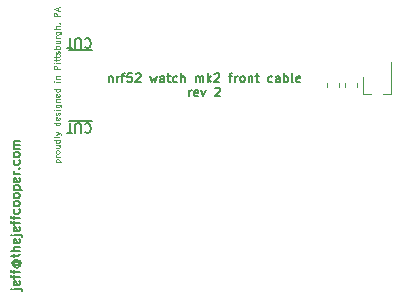
<source format=gbr>
%TF.GenerationSoftware,KiCad,Pcbnew,(5.99.0-2309-gaf729d578)*%
%TF.CreationDate,2020-09-01T21:34:41-04:00*%
%TF.ProjectId,flex,666c6578-2e6b-4696-9361-645f70636258,rev?*%
%TF.SameCoordinates,Original*%
%TF.FileFunction,Legend,Top*%
%TF.FilePolarity,Positive*%
%FSLAX46Y46*%
G04 Gerber Fmt 4.6, Leading zero omitted, Abs format (unit mm)*
G04 Created by KiCad (PCBNEW (5.99.0-2309-gaf729d578)) date 2020-09-01 21:34:41*
%MOMM*%
%LPD*%
G01*
G04 APERTURE LIST*
%ADD10C,0.125000*%
%ADD11C,0.187500*%
%ADD12C,0.150000*%
%ADD13C,0.120000*%
G04 APERTURE END LIST*
D10*
X255642857Y-34535125D02*
X256142857Y-34535125D01*
X255666666Y-34535125D02*
X255642857Y-34487506D01*
X255642857Y-34392268D01*
X255666666Y-34344649D01*
X255690476Y-34320839D01*
X255738095Y-34297030D01*
X255880952Y-34297030D01*
X255928571Y-34320839D01*
X255952380Y-34344649D01*
X255976190Y-34392268D01*
X255976190Y-34487506D01*
X255952380Y-34535125D01*
X255976190Y-34082744D02*
X255642857Y-34082744D01*
X255738095Y-34082744D02*
X255690476Y-34058935D01*
X255666666Y-34035125D01*
X255642857Y-33987506D01*
X255642857Y-33939887D01*
X255976190Y-33701792D02*
X255952380Y-33749411D01*
X255928571Y-33773220D01*
X255880952Y-33797030D01*
X255738095Y-33797030D01*
X255690476Y-33773220D01*
X255666666Y-33749411D01*
X255642857Y-33701792D01*
X255642857Y-33630363D01*
X255666666Y-33582744D01*
X255690476Y-33558935D01*
X255738095Y-33535125D01*
X255880952Y-33535125D01*
X255928571Y-33558935D01*
X255952380Y-33582744D01*
X255976190Y-33630363D01*
X255976190Y-33701792D01*
X255642857Y-33106554D02*
X255976190Y-33106554D01*
X255642857Y-33320839D02*
X255904761Y-33320839D01*
X255952380Y-33297030D01*
X255976190Y-33249411D01*
X255976190Y-33177982D01*
X255952380Y-33130363D01*
X255928571Y-33106554D01*
X255976190Y-32654173D02*
X255476190Y-32654173D01*
X255952380Y-32654173D02*
X255976190Y-32701792D01*
X255976190Y-32797030D01*
X255952380Y-32844649D01*
X255928571Y-32868458D01*
X255880952Y-32892268D01*
X255738095Y-32892268D01*
X255690476Y-32868458D01*
X255666666Y-32844649D01*
X255642857Y-32797030D01*
X255642857Y-32701792D01*
X255666666Y-32654173D01*
X255976190Y-32344649D02*
X255952380Y-32392268D01*
X255904761Y-32416077D01*
X255476190Y-32416077D01*
X255642857Y-32201792D02*
X255976190Y-32082744D01*
X255642857Y-31963696D02*
X255976190Y-32082744D01*
X256095238Y-32130363D01*
X256119047Y-32154173D01*
X256142857Y-32201792D01*
X255976190Y-31177982D02*
X255476190Y-31177982D01*
X255952380Y-31177982D02*
X255976190Y-31225601D01*
X255976190Y-31320839D01*
X255952380Y-31368458D01*
X255928571Y-31392268D01*
X255880952Y-31416077D01*
X255738095Y-31416077D01*
X255690476Y-31392268D01*
X255666666Y-31368458D01*
X255642857Y-31320839D01*
X255642857Y-31225601D01*
X255666666Y-31177982D01*
X255952380Y-30749411D02*
X255976190Y-30797030D01*
X255976190Y-30892268D01*
X255952380Y-30939887D01*
X255904761Y-30963696D01*
X255714285Y-30963696D01*
X255666666Y-30939887D01*
X255642857Y-30892268D01*
X255642857Y-30797030D01*
X255666666Y-30749411D01*
X255714285Y-30725601D01*
X255761904Y-30725601D01*
X255809523Y-30963696D01*
X255952380Y-30535125D02*
X255976190Y-30487506D01*
X255976190Y-30392268D01*
X255952380Y-30344649D01*
X255904761Y-30320839D01*
X255880952Y-30320839D01*
X255833333Y-30344649D01*
X255809523Y-30392268D01*
X255809523Y-30463696D01*
X255785714Y-30511316D01*
X255738095Y-30535125D01*
X255714285Y-30535125D01*
X255666666Y-30511316D01*
X255642857Y-30463696D01*
X255642857Y-30392268D01*
X255666666Y-30344649D01*
X255976190Y-30106554D02*
X255642857Y-30106554D01*
X255476190Y-30106554D02*
X255500000Y-30130363D01*
X255523809Y-30106554D01*
X255500000Y-30082744D01*
X255476190Y-30106554D01*
X255523809Y-30106554D01*
X255642857Y-29654173D02*
X256047619Y-29654173D01*
X256095238Y-29677982D01*
X256119047Y-29701792D01*
X256142857Y-29749411D01*
X256142857Y-29820839D01*
X256119047Y-29868458D01*
X255952380Y-29654173D02*
X255976190Y-29701792D01*
X255976190Y-29797030D01*
X255952380Y-29844649D01*
X255928571Y-29868458D01*
X255880952Y-29892268D01*
X255738095Y-29892268D01*
X255690476Y-29868458D01*
X255666666Y-29844649D01*
X255642857Y-29797030D01*
X255642857Y-29701792D01*
X255666666Y-29654173D01*
X255642857Y-29416077D02*
X255976190Y-29416077D01*
X255690476Y-29416077D02*
X255666666Y-29392268D01*
X255642857Y-29344649D01*
X255642857Y-29273220D01*
X255666666Y-29225601D01*
X255714285Y-29201792D01*
X255976190Y-29201792D01*
X255952380Y-28773220D02*
X255976190Y-28820839D01*
X255976190Y-28916077D01*
X255952380Y-28963696D01*
X255904761Y-28987506D01*
X255714285Y-28987506D01*
X255666666Y-28963696D01*
X255642857Y-28916077D01*
X255642857Y-28820839D01*
X255666666Y-28773220D01*
X255714285Y-28749411D01*
X255761904Y-28749411D01*
X255809523Y-28987506D01*
X255976190Y-28320839D02*
X255476190Y-28320839D01*
X255952380Y-28320839D02*
X255976190Y-28368458D01*
X255976190Y-28463696D01*
X255952380Y-28511316D01*
X255928571Y-28535125D01*
X255880952Y-28558935D01*
X255738095Y-28558935D01*
X255690476Y-28535125D01*
X255666666Y-28511316D01*
X255642857Y-28463696D01*
X255642857Y-28368458D01*
X255666666Y-28320839D01*
X255976190Y-27701792D02*
X255642857Y-27701792D01*
X255476190Y-27701792D02*
X255500000Y-27725601D01*
X255523809Y-27701792D01*
X255500000Y-27677982D01*
X255476190Y-27701792D01*
X255523809Y-27701792D01*
X255642857Y-27463696D02*
X255976190Y-27463696D01*
X255690476Y-27463696D02*
X255666666Y-27439887D01*
X255642857Y-27392268D01*
X255642857Y-27320839D01*
X255666666Y-27273220D01*
X255714285Y-27249411D01*
X255976190Y-27249411D01*
X255976190Y-26630363D02*
X255476190Y-26630363D01*
X255476190Y-26439887D01*
X255500000Y-26392268D01*
X255523809Y-26368458D01*
X255571428Y-26344649D01*
X255642857Y-26344649D01*
X255690476Y-26368458D01*
X255714285Y-26392268D01*
X255738095Y-26439887D01*
X255738095Y-26630363D01*
X255976190Y-26130363D02*
X255642857Y-26130363D01*
X255476190Y-26130363D02*
X255500000Y-26154173D01*
X255523809Y-26130363D01*
X255500000Y-26106554D01*
X255476190Y-26130363D01*
X255523809Y-26130363D01*
X255642857Y-25963696D02*
X255642857Y-25773220D01*
X255476190Y-25892268D02*
X255904761Y-25892268D01*
X255952380Y-25868458D01*
X255976190Y-25820839D01*
X255976190Y-25773220D01*
X255642857Y-25677982D02*
X255642857Y-25487506D01*
X255476190Y-25606554D02*
X255904761Y-25606554D01*
X255952380Y-25582744D01*
X255976190Y-25535125D01*
X255976190Y-25487506D01*
X255952380Y-25344649D02*
X255976190Y-25297030D01*
X255976190Y-25201792D01*
X255952380Y-25154173D01*
X255904761Y-25130363D01*
X255880952Y-25130363D01*
X255833333Y-25154173D01*
X255809523Y-25201792D01*
X255809523Y-25273220D01*
X255785714Y-25320839D01*
X255738095Y-25344649D01*
X255714285Y-25344649D01*
X255666666Y-25320839D01*
X255642857Y-25273220D01*
X255642857Y-25201792D01*
X255666666Y-25154173D01*
X255976190Y-24916077D02*
X255476190Y-24916077D01*
X255666666Y-24916077D02*
X255642857Y-24868458D01*
X255642857Y-24773220D01*
X255666666Y-24725601D01*
X255690476Y-24701792D01*
X255738095Y-24677982D01*
X255880952Y-24677982D01*
X255928571Y-24701792D01*
X255952380Y-24725601D01*
X255976190Y-24773220D01*
X255976190Y-24868458D01*
X255952380Y-24916077D01*
X255642857Y-24249411D02*
X255976190Y-24249411D01*
X255642857Y-24463696D02*
X255904761Y-24463696D01*
X255952380Y-24439887D01*
X255976190Y-24392268D01*
X255976190Y-24320839D01*
X255952380Y-24273220D01*
X255928571Y-24249411D01*
X255976190Y-24011316D02*
X255642857Y-24011316D01*
X255738095Y-24011316D02*
X255690476Y-23987506D01*
X255666666Y-23963696D01*
X255642857Y-23916077D01*
X255642857Y-23868458D01*
X255642857Y-23487506D02*
X256047619Y-23487506D01*
X256095238Y-23511316D01*
X256119047Y-23535125D01*
X256142857Y-23582744D01*
X256142857Y-23654173D01*
X256119047Y-23701792D01*
X255952380Y-23487506D02*
X255976190Y-23535125D01*
X255976190Y-23630363D01*
X255952380Y-23677982D01*
X255928571Y-23701792D01*
X255880952Y-23725601D01*
X255738095Y-23725601D01*
X255690476Y-23701792D01*
X255666666Y-23677982D01*
X255642857Y-23630363D01*
X255642857Y-23535125D01*
X255666666Y-23487506D01*
X255976190Y-23249411D02*
X255476190Y-23249411D01*
X255976190Y-23035125D02*
X255714285Y-23035125D01*
X255666666Y-23058935D01*
X255642857Y-23106554D01*
X255642857Y-23177982D01*
X255666666Y-23225601D01*
X255690476Y-23249411D01*
X255952380Y-22773220D02*
X255976190Y-22773220D01*
X256023809Y-22797030D01*
X256047619Y-22820839D01*
X255976190Y-22177982D02*
X255476190Y-22177982D01*
X255476190Y-21987506D01*
X255500000Y-21939887D01*
X255523809Y-21916077D01*
X255571428Y-21892268D01*
X255642857Y-21892268D01*
X255690476Y-21916077D01*
X255714285Y-21939887D01*
X255738095Y-21987506D01*
X255738095Y-22177982D01*
X255833333Y-21701792D02*
X255833333Y-21463696D01*
X255976190Y-21749411D02*
X255476190Y-21582744D01*
X255976190Y-21416077D01*
D11*
X252089285Y-45267857D02*
X252732142Y-45267857D01*
X252803571Y-45303571D01*
X252839285Y-45375000D01*
X252839285Y-45410714D01*
X251839285Y-45267857D02*
X251875000Y-45303571D01*
X251910714Y-45267857D01*
X251875000Y-45232142D01*
X251839285Y-45267857D01*
X251910714Y-45267857D01*
X252553571Y-44625000D02*
X252589285Y-44696428D01*
X252589285Y-44839285D01*
X252553571Y-44910714D01*
X252482142Y-44946428D01*
X252196428Y-44946428D01*
X252125000Y-44910714D01*
X252089285Y-44839285D01*
X252089285Y-44696428D01*
X252125000Y-44625000D01*
X252196428Y-44589285D01*
X252267857Y-44589285D01*
X252339285Y-44946428D01*
X252089285Y-44375000D02*
X252089285Y-44089285D01*
X252589285Y-44267857D02*
X251946428Y-44267857D01*
X251875000Y-44232142D01*
X251839285Y-44160714D01*
X251839285Y-44089285D01*
X252089285Y-43946428D02*
X252089285Y-43660714D01*
X252589285Y-43839285D02*
X251946428Y-43839285D01*
X251875000Y-43803571D01*
X251839285Y-43732142D01*
X251839285Y-43660714D01*
X252232142Y-42946428D02*
X252196428Y-42982142D01*
X252160714Y-43053571D01*
X252160714Y-43125000D01*
X252196428Y-43196428D01*
X252232142Y-43232142D01*
X252303571Y-43267857D01*
X252375000Y-43267857D01*
X252446428Y-43232142D01*
X252482142Y-43196428D01*
X252517857Y-43125000D01*
X252517857Y-43053571D01*
X252482142Y-42982142D01*
X252446428Y-42946428D01*
X252160714Y-42946428D02*
X252446428Y-42946428D01*
X252482142Y-42910714D01*
X252482142Y-42875000D01*
X252446428Y-42803571D01*
X252375000Y-42767857D01*
X252196428Y-42767857D01*
X252089285Y-42839285D01*
X252017857Y-42946428D01*
X251982142Y-43089285D01*
X252017857Y-43232142D01*
X252089285Y-43339285D01*
X252196428Y-43410714D01*
X252339285Y-43446428D01*
X252482142Y-43410714D01*
X252589285Y-43339285D01*
X252660714Y-43232142D01*
X252696428Y-43089285D01*
X252660714Y-42946428D01*
X252589285Y-42839285D01*
X252089285Y-42553571D02*
X252089285Y-42267857D01*
X251839285Y-42446428D02*
X252482142Y-42446428D01*
X252553571Y-42410714D01*
X252589285Y-42339285D01*
X252589285Y-42267857D01*
X252589285Y-42017857D02*
X251839285Y-42017857D01*
X252589285Y-41696428D02*
X252196428Y-41696428D01*
X252125000Y-41732142D01*
X252089285Y-41803571D01*
X252089285Y-41910714D01*
X252125000Y-41982142D01*
X252160714Y-42017857D01*
X252553571Y-41053571D02*
X252589285Y-41125000D01*
X252589285Y-41267857D01*
X252553571Y-41339285D01*
X252482142Y-41375000D01*
X252196428Y-41375000D01*
X252125000Y-41339285D01*
X252089285Y-41267857D01*
X252089285Y-41125000D01*
X252125000Y-41053571D01*
X252196428Y-41017857D01*
X252267857Y-41017857D01*
X252339285Y-41375000D01*
X252089285Y-40696428D02*
X252732142Y-40696428D01*
X252803571Y-40732142D01*
X252839285Y-40803571D01*
X252839285Y-40839285D01*
X251839285Y-40696428D02*
X251875000Y-40732142D01*
X251910714Y-40696428D01*
X251875000Y-40660714D01*
X251839285Y-40696428D01*
X251910714Y-40696428D01*
X252553571Y-40053571D02*
X252589285Y-40125000D01*
X252589285Y-40267857D01*
X252553571Y-40339285D01*
X252482142Y-40375000D01*
X252196428Y-40375000D01*
X252125000Y-40339285D01*
X252089285Y-40267857D01*
X252089285Y-40125000D01*
X252125000Y-40053571D01*
X252196428Y-40017857D01*
X252267857Y-40017857D01*
X252339285Y-40375000D01*
X252089285Y-39803571D02*
X252089285Y-39517857D01*
X252589285Y-39696428D02*
X251946428Y-39696428D01*
X251875000Y-39660714D01*
X251839285Y-39589285D01*
X251839285Y-39517857D01*
X252089285Y-39375000D02*
X252089285Y-39089285D01*
X252589285Y-39267857D02*
X251946428Y-39267857D01*
X251875000Y-39232142D01*
X251839285Y-39160714D01*
X251839285Y-39089285D01*
X252553571Y-38517857D02*
X252589285Y-38589285D01*
X252589285Y-38732142D01*
X252553571Y-38803571D01*
X252517857Y-38839285D01*
X252446428Y-38875000D01*
X252232142Y-38875000D01*
X252160714Y-38839285D01*
X252125000Y-38803571D01*
X252089285Y-38732142D01*
X252089285Y-38589285D01*
X252125000Y-38517857D01*
X252589285Y-38089285D02*
X252553571Y-38160714D01*
X252517857Y-38196428D01*
X252446428Y-38232142D01*
X252232142Y-38232142D01*
X252160714Y-38196428D01*
X252125000Y-38160714D01*
X252089285Y-38089285D01*
X252089285Y-37982142D01*
X252125000Y-37910714D01*
X252160714Y-37875000D01*
X252232142Y-37839285D01*
X252446428Y-37839285D01*
X252517857Y-37875000D01*
X252553571Y-37910714D01*
X252589285Y-37982142D01*
X252589285Y-38089285D01*
X252589285Y-37410714D02*
X252553571Y-37482142D01*
X252517857Y-37517857D01*
X252446428Y-37553571D01*
X252232142Y-37553571D01*
X252160714Y-37517857D01*
X252125000Y-37482142D01*
X252089285Y-37410714D01*
X252089285Y-37303571D01*
X252125000Y-37232142D01*
X252160714Y-37196428D01*
X252232142Y-37160714D01*
X252446428Y-37160714D01*
X252517857Y-37196428D01*
X252553571Y-37232142D01*
X252589285Y-37303571D01*
X252589285Y-37410714D01*
X252089285Y-36839285D02*
X252839285Y-36839285D01*
X252125000Y-36839285D02*
X252089285Y-36767857D01*
X252089285Y-36625000D01*
X252125000Y-36553571D01*
X252160714Y-36517857D01*
X252232142Y-36482142D01*
X252446428Y-36482142D01*
X252517857Y-36517857D01*
X252553571Y-36553571D01*
X252589285Y-36625000D01*
X252589285Y-36767857D01*
X252553571Y-36839285D01*
X252553571Y-35875000D02*
X252589285Y-35946428D01*
X252589285Y-36089285D01*
X252553571Y-36160714D01*
X252482142Y-36196428D01*
X252196428Y-36196428D01*
X252125000Y-36160714D01*
X252089285Y-36089285D01*
X252089285Y-35946428D01*
X252125000Y-35875000D01*
X252196428Y-35839285D01*
X252267857Y-35839285D01*
X252339285Y-36196428D01*
X252589285Y-35517857D02*
X252089285Y-35517857D01*
X252232142Y-35517857D02*
X252160714Y-35482142D01*
X252125000Y-35446428D01*
X252089285Y-35375000D01*
X252089285Y-35303571D01*
X252517857Y-35053571D02*
X252553571Y-35017857D01*
X252589285Y-35053571D01*
X252553571Y-35089285D01*
X252517857Y-35053571D01*
X252589285Y-35053571D01*
X252553571Y-34375000D02*
X252589285Y-34446428D01*
X252589285Y-34589285D01*
X252553571Y-34660714D01*
X252517857Y-34696428D01*
X252446428Y-34732142D01*
X252232142Y-34732142D01*
X252160714Y-34696428D01*
X252125000Y-34660714D01*
X252089285Y-34589285D01*
X252089285Y-34446428D01*
X252125000Y-34375000D01*
X252589285Y-33946428D02*
X252553571Y-34017857D01*
X252517857Y-34053571D01*
X252446428Y-34089285D01*
X252232142Y-34089285D01*
X252160714Y-34053571D01*
X252125000Y-34017857D01*
X252089285Y-33946428D01*
X252089285Y-33839285D01*
X252125000Y-33767857D01*
X252160714Y-33732142D01*
X252232142Y-33696428D01*
X252446428Y-33696428D01*
X252517857Y-33732142D01*
X252553571Y-33767857D01*
X252589285Y-33839285D01*
X252589285Y-33946428D01*
X252589285Y-33375000D02*
X252089285Y-33375000D01*
X252160714Y-33375000D02*
X252125000Y-33339285D01*
X252089285Y-33267857D01*
X252089285Y-33160714D01*
X252125000Y-33089285D01*
X252196428Y-33053571D01*
X252589285Y-33053571D01*
X252196428Y-33053571D02*
X252125000Y-33017857D01*
X252089285Y-32946428D01*
X252089285Y-32839285D01*
X252125000Y-32767857D01*
X252196428Y-32732142D01*
X252589285Y-32732142D01*
X260160714Y-27246851D02*
X260160714Y-27746851D01*
X260160714Y-27318280D02*
X260196428Y-27282566D01*
X260267857Y-27246851D01*
X260375000Y-27246851D01*
X260446428Y-27282566D01*
X260482142Y-27353994D01*
X260482142Y-27746851D01*
X260839285Y-27746851D02*
X260839285Y-27246851D01*
X260839285Y-27389708D02*
X260875000Y-27318280D01*
X260910714Y-27282566D01*
X260982142Y-27246851D01*
X261053571Y-27246851D01*
X261196428Y-27246851D02*
X261482142Y-27246851D01*
X261303571Y-27746851D02*
X261303571Y-27103994D01*
X261339285Y-27032566D01*
X261410714Y-26996851D01*
X261482142Y-26996851D01*
X262089285Y-26996851D02*
X261732142Y-26996851D01*
X261696428Y-27353994D01*
X261732142Y-27318280D01*
X261803571Y-27282566D01*
X261982142Y-27282566D01*
X262053571Y-27318280D01*
X262089285Y-27353994D01*
X262125000Y-27425423D01*
X262125000Y-27603994D01*
X262089285Y-27675423D01*
X262053571Y-27711137D01*
X261982142Y-27746851D01*
X261803571Y-27746851D01*
X261732142Y-27711137D01*
X261696428Y-27675423D01*
X262410714Y-27068280D02*
X262446428Y-27032566D01*
X262517857Y-26996851D01*
X262696428Y-26996851D01*
X262767857Y-27032566D01*
X262803571Y-27068280D01*
X262839285Y-27139708D01*
X262839285Y-27211137D01*
X262803571Y-27318280D01*
X262375000Y-27746851D01*
X262839285Y-27746851D01*
X263660714Y-27246851D02*
X263803571Y-27746851D01*
X263946428Y-27389708D01*
X264089285Y-27746851D01*
X264232142Y-27246851D01*
X264839285Y-27746851D02*
X264839285Y-27353994D01*
X264803571Y-27282566D01*
X264732142Y-27246851D01*
X264589285Y-27246851D01*
X264517857Y-27282566D01*
X264839285Y-27711137D02*
X264767857Y-27746851D01*
X264589285Y-27746851D01*
X264517857Y-27711137D01*
X264482142Y-27639708D01*
X264482142Y-27568280D01*
X264517857Y-27496851D01*
X264589285Y-27461137D01*
X264767857Y-27461137D01*
X264839285Y-27425423D01*
X265089285Y-27246851D02*
X265375000Y-27246851D01*
X265196428Y-26996851D02*
X265196428Y-27639708D01*
X265232142Y-27711137D01*
X265303571Y-27746851D01*
X265375000Y-27746851D01*
X265946428Y-27711137D02*
X265875000Y-27746851D01*
X265732142Y-27746851D01*
X265660714Y-27711137D01*
X265625000Y-27675423D01*
X265589285Y-27603994D01*
X265589285Y-27389708D01*
X265625000Y-27318280D01*
X265660714Y-27282566D01*
X265732142Y-27246851D01*
X265875000Y-27246851D01*
X265946428Y-27282566D01*
X266267857Y-27746851D02*
X266267857Y-26996851D01*
X266589285Y-27746851D02*
X266589285Y-27353994D01*
X266553571Y-27282566D01*
X266482142Y-27246851D01*
X266375000Y-27246851D01*
X266303571Y-27282566D01*
X266267857Y-27318280D01*
X267517857Y-27746851D02*
X267517857Y-27246851D01*
X267517857Y-27318280D02*
X267553571Y-27282566D01*
X267625000Y-27246851D01*
X267732142Y-27246851D01*
X267803571Y-27282566D01*
X267839285Y-27353994D01*
X267839285Y-27746851D01*
X267839285Y-27353994D02*
X267875000Y-27282566D01*
X267946428Y-27246851D01*
X268053571Y-27246851D01*
X268125000Y-27282566D01*
X268160714Y-27353994D01*
X268160714Y-27746851D01*
X268517857Y-27746851D02*
X268517857Y-26996851D01*
X268589285Y-27461137D02*
X268803571Y-27746851D01*
X268803571Y-27246851D02*
X268517857Y-27532566D01*
X269089285Y-27068280D02*
X269125000Y-27032566D01*
X269196428Y-26996851D01*
X269375000Y-26996851D01*
X269446428Y-27032566D01*
X269482142Y-27068280D01*
X269517857Y-27139708D01*
X269517857Y-27211137D01*
X269482142Y-27318280D01*
X269053571Y-27746851D01*
X269517857Y-27746851D01*
X270303571Y-27246851D02*
X270589285Y-27246851D01*
X270410714Y-27746851D02*
X270410714Y-27103994D01*
X270446428Y-27032566D01*
X270517857Y-26996851D01*
X270589285Y-26996851D01*
X270839285Y-27746851D02*
X270839285Y-27246851D01*
X270839285Y-27389708D02*
X270875000Y-27318280D01*
X270910714Y-27282566D01*
X270982142Y-27246851D01*
X271053571Y-27246851D01*
X271410714Y-27746851D02*
X271339285Y-27711137D01*
X271303571Y-27675423D01*
X271267857Y-27603994D01*
X271267857Y-27389708D01*
X271303571Y-27318280D01*
X271339285Y-27282566D01*
X271410714Y-27246851D01*
X271517857Y-27246851D01*
X271589285Y-27282566D01*
X271625000Y-27318280D01*
X271660714Y-27389708D01*
X271660714Y-27603994D01*
X271625000Y-27675423D01*
X271589285Y-27711137D01*
X271517857Y-27746851D01*
X271410714Y-27746851D01*
X271982142Y-27246851D02*
X271982142Y-27746851D01*
X271982142Y-27318280D02*
X272017857Y-27282566D01*
X272089285Y-27246851D01*
X272196428Y-27246851D01*
X272267857Y-27282566D01*
X272303571Y-27353994D01*
X272303571Y-27746851D01*
X272553571Y-27246851D02*
X272839285Y-27246851D01*
X272660714Y-26996851D02*
X272660714Y-27639708D01*
X272696428Y-27711137D01*
X272767857Y-27746851D01*
X272839285Y-27746851D01*
X273982142Y-27711137D02*
X273910714Y-27746851D01*
X273767857Y-27746851D01*
X273696428Y-27711137D01*
X273660714Y-27675423D01*
X273625000Y-27603994D01*
X273625000Y-27389708D01*
X273660714Y-27318280D01*
X273696428Y-27282566D01*
X273767857Y-27246851D01*
X273910714Y-27246851D01*
X273982142Y-27282566D01*
X274625000Y-27746851D02*
X274625000Y-27353994D01*
X274589285Y-27282566D01*
X274517857Y-27246851D01*
X274375000Y-27246851D01*
X274303571Y-27282566D01*
X274625000Y-27711137D02*
X274553571Y-27746851D01*
X274375000Y-27746851D01*
X274303571Y-27711137D01*
X274267857Y-27639708D01*
X274267857Y-27568280D01*
X274303571Y-27496851D01*
X274375000Y-27461137D01*
X274553571Y-27461137D01*
X274625000Y-27425423D01*
X274982142Y-27746851D02*
X274982142Y-26996851D01*
X274982142Y-27282566D02*
X275053571Y-27246851D01*
X275196428Y-27246851D01*
X275267857Y-27282566D01*
X275303571Y-27318280D01*
X275339285Y-27389708D01*
X275339285Y-27603994D01*
X275303571Y-27675423D01*
X275267857Y-27711137D01*
X275196428Y-27746851D01*
X275053571Y-27746851D01*
X274982142Y-27711137D01*
X275767857Y-27746851D02*
X275696428Y-27711137D01*
X275660714Y-27639708D01*
X275660714Y-26996851D01*
X276339285Y-27711137D02*
X276267857Y-27746851D01*
X276125000Y-27746851D01*
X276053571Y-27711137D01*
X276017857Y-27639708D01*
X276017857Y-27353994D01*
X276053571Y-27282566D01*
X276125000Y-27246851D01*
X276267857Y-27246851D01*
X276339285Y-27282566D01*
X276375000Y-27353994D01*
X276375000Y-27425423D01*
X276017857Y-27496851D01*
X266946428Y-28954351D02*
X266946428Y-28454351D01*
X266946428Y-28597208D02*
X266982142Y-28525780D01*
X267017857Y-28490066D01*
X267089285Y-28454351D01*
X267160714Y-28454351D01*
X267696428Y-28918637D02*
X267625000Y-28954351D01*
X267482142Y-28954351D01*
X267410714Y-28918637D01*
X267375000Y-28847208D01*
X267375000Y-28561494D01*
X267410714Y-28490066D01*
X267482142Y-28454351D01*
X267625000Y-28454351D01*
X267696428Y-28490066D01*
X267732142Y-28561494D01*
X267732142Y-28632923D01*
X267375000Y-28704351D01*
X267982142Y-28454351D02*
X268160714Y-28954351D01*
X268339285Y-28454351D01*
X269160714Y-28275780D02*
X269196428Y-28240066D01*
X269267857Y-28204351D01*
X269446428Y-28204351D01*
X269517857Y-28240066D01*
X269553571Y-28275780D01*
X269589285Y-28347208D01*
X269589285Y-28418637D01*
X269553571Y-28525780D01*
X269125000Y-28954351D01*
X269589285Y-28954351D01*
D12*
X258126190Y-31325601D02*
X258164285Y-31287506D01*
X258278571Y-31249411D01*
X258354761Y-31249411D01*
X258469047Y-31287506D01*
X258545238Y-31363696D01*
X258583333Y-31439887D01*
X258621428Y-31592268D01*
X258621428Y-31706554D01*
X258583333Y-31858935D01*
X258545238Y-31935125D01*
X258469047Y-32011316D01*
X258354761Y-32049411D01*
X258278571Y-32049411D01*
X258164285Y-32011316D01*
X258126190Y-31973220D01*
X257783333Y-32049411D02*
X257783333Y-31401792D01*
X257745238Y-31325601D01*
X257707142Y-31287506D01*
X257630952Y-31249411D01*
X257478571Y-31249411D01*
X257402380Y-31287506D01*
X257364285Y-31325601D01*
X257326190Y-31401792D01*
X257326190Y-32049411D01*
X257059523Y-32049411D02*
X256602380Y-32049411D01*
X256830952Y-31249411D02*
X256830952Y-32049411D01*
X258126190Y-24125601D02*
X258164285Y-24087506D01*
X258278571Y-24049411D01*
X258354761Y-24049411D01*
X258469047Y-24087506D01*
X258545238Y-24163696D01*
X258583333Y-24239887D01*
X258621428Y-24392268D01*
X258621428Y-24506554D01*
X258583333Y-24658935D01*
X258545238Y-24735125D01*
X258469047Y-24811316D01*
X258354761Y-24849411D01*
X258278571Y-24849411D01*
X258164285Y-24811316D01*
X258126190Y-24773220D01*
X257783333Y-24849411D02*
X257783333Y-24201792D01*
X257745238Y-24125601D01*
X257707142Y-24087506D01*
X257630952Y-24049411D01*
X257478571Y-24049411D01*
X257402380Y-24087506D01*
X257364285Y-24125601D01*
X257326190Y-24201792D01*
X257326190Y-24849411D01*
X257059523Y-24849411D02*
X256602380Y-24849411D01*
X256830952Y-24049411D02*
X256830952Y-24849411D01*
X258750000Y-25011316D02*
X256750000Y-25011316D01*
X258750000Y-31011316D02*
X256750000Y-31011316D01*
D13*
%TO.C,R2*%
X278640000Y-27840049D02*
X278640000Y-28182583D01*
X279660000Y-27840049D02*
X279660000Y-28182583D01*
%TO.C,R1*%
X280140000Y-27840049D02*
X280140000Y-28182583D01*
X281160000Y-27840049D02*
X281160000Y-28182583D01*
%TO.C,Q1*%
X281690000Y-27336316D02*
X281690000Y-28746316D01*
X284010000Y-28746316D02*
X284010000Y-26011316D01*
X284020000Y-28746316D02*
X283350000Y-28746316D01*
X282350000Y-28746316D02*
X281690000Y-28746316D01*
%TD*%
M02*

</source>
